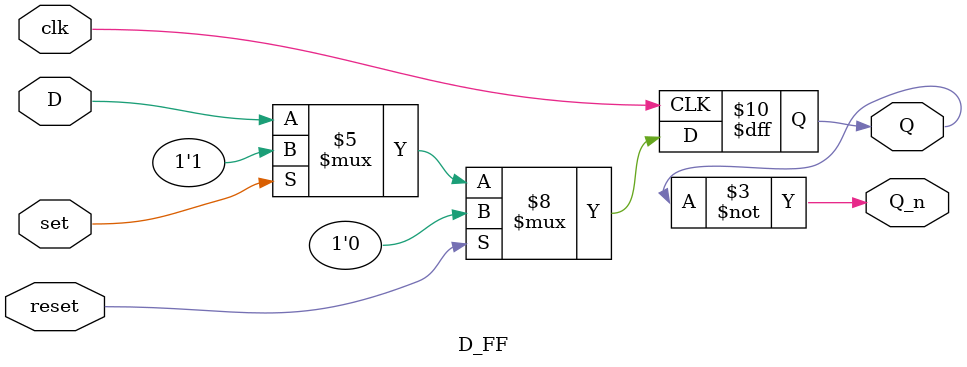
<source format=v>
module D_FF (
    input clk,
    input reset,
    input set,
    input D,
    output reg Q,
    output reg Q_n
);

    always @(posedge clk) begin
        if (reset) begin
            Q <= 0;
        end else if (set) begin
            Q <= 1'b01;
        end else begin
            Q <= D;
        end
    end

    always @* begin
        Q_n = ~Q;
    end

endmodule

</source>
